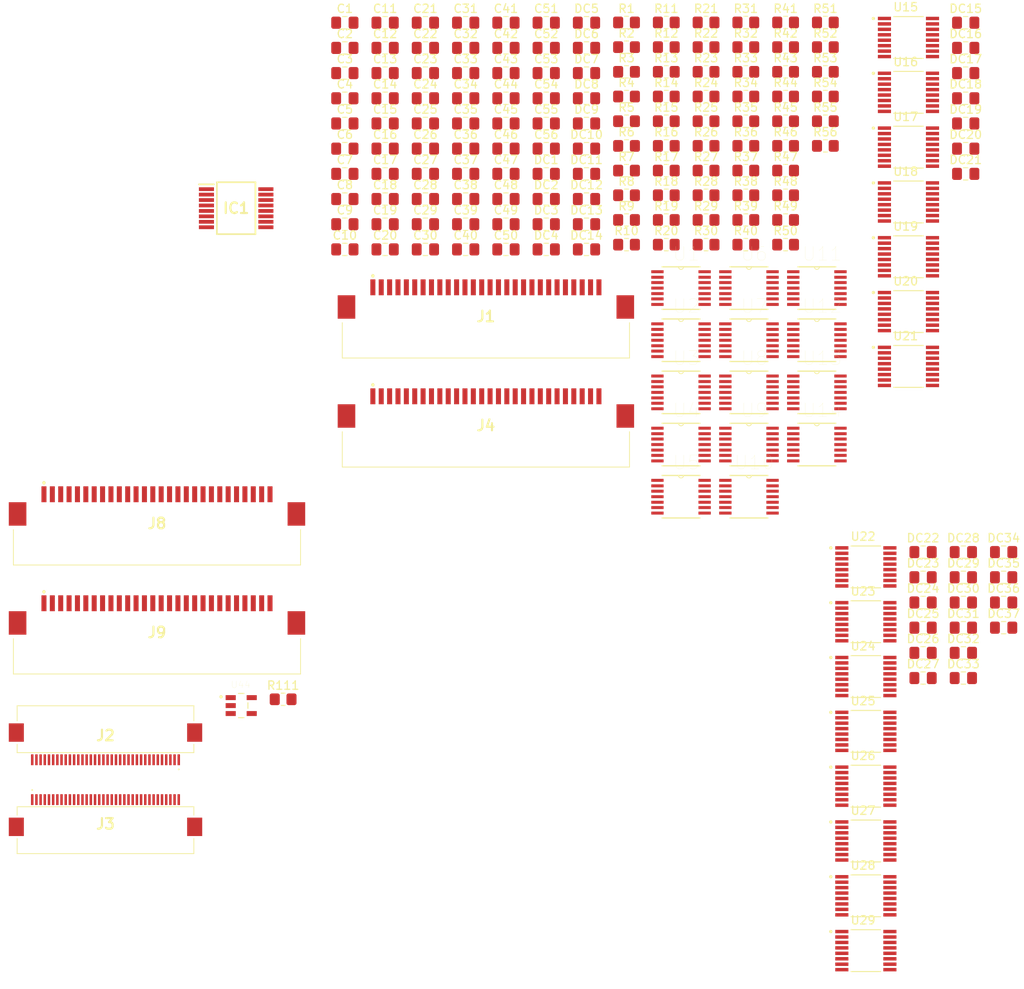
<source format=kicad_pcb>
(kicad_pcb (version 20221018) (generator pcbnew)
  (layers (0 "F.Cu" signal) (31 "B.Cu" signal) (34 "B.Paste" user) (35 "F.Paste" user) (36 "B.SilkS" user "B.Silkscreen") (37 "F.SilkS" user "F.Silkscreen") (38 "B.Mask" user) (39 "F.Mask" user) (44 "Edge.Cuts" user))
  (net 0 "")
  (net 1 "ROW_1")
  (net 2 "M1")
  (net 3 "ROW_2")
  (net 4 "M2")
  (net 5 "ROW_3")
  (net 6 "M3")
  (net 7 "ROW_4")
  (net 8 "M4")
  (net 9 "ROW_5")
  (net 10 "M5")
  (net 11 "ROW_6")
  (net 12 "M6")
  (net 13 "ROW_7")
  (net 14 "M7")
  (net 15 "ROW_8")
  (net 16 "M8")
  (net 17 "ROW_9")
  (net 18 "M9")
  (net 19 "ROW_10")
  (net 20 "M10")
  (net 21 "ROW_11")
  (net 22 "M11")
  (net 23 "ROW_12")
  (net 24 "M12")
  (net 25 "ROW_13")
  (net 26 "M13")
  (net 27 "ROW_14")
  (net 28 "M14")
  (net 29 "ROW_15")
  (net 30 "M15")
  (net 31 "ROW_16")
  (net 32 "M16")
  (net 33 "ROW_17")
  (net 34 "M17")
  (net 35 "ROW_18")
  (net 36 "M18")
  (net 37 "ROW_19")
  (net 38 "M19")
  (net 39 "ROW_20")
  (net 40 "M20")
  (net 41 "ROW_21")
  (net 42 "M21")
  (net 43 "ROW_22")
  (net 44 "M22")
  (net 45 "ROW_23")
  (net 46 "M23")
  (net 47 "ROW_24")
  (net 48 "M24")
  (net 49 "ROW_25")
  (net 50 "M25")
  (net 51 "ROW_26")
  (net 52 "M26")
  (net 53 "ROW_27")
  (net 54 "M27")
  (net 55 "GNDA")
  (net 56 "Net-(C28-Pad2)")
  (net 57 "ROW_28")
  (net 58 "M28")
  (net 59 "ROW_29")
  (net 60 "M29")
  (net 61 "ROW_30")
  (net 62 "M30")
  (net 63 "ROW_31")
  (net 64 "M31")
  (net 65 "ROW_32")
  (net 66 "M32")
  (net 67 "ROW_33")
  (net 68 "M33")
  (net 69 "ROW_34")
  (net 70 "M34")
  (net 71 "ROW_35")
  (net 72 "M35")
  (net 73 "ROW_36")
  (net 74 "M36")
  (net 75 "ROW_37")
  (net 76 "M37")
  (net 77 "ROW_38")
  (net 78 "M38")
  (net 79 "ROW_39")
  (net 80 "M39")
  (net 81 "ROW_40")
  (net 82 "M40")
  (net 83 "ROW_41")
  (net 84 "M41")
  (net 85 "ROW_42")
  (net 86 "M42")
  (net 87 "ROW_43")
  (net 88 "M43")
  (net 89 "ROW_44")
  (net 90 "M44")
  (net 91 "ROW_45")
  (net 92 "M45")
  (net 93 "ROW_46")
  (net 94 "M46")
  (net 95 "ROW_47")
  (net 96 "M47")
  (net 97 "ROW_48")
  (net 98 "M48")
  (net 99 "ROW_49")
  (net 100 "M49")
  (net 101 "ROW_50")
  (net 102 "M50")
  (net 103 "ROW_51")
  (net 104 "M51")
  (net 105 "ROW_52")
  (net 106 "M52")
  (net 107 "ROW_53")
  (net 108 "M53")
  (net 109 "ROW_54")
  (net 110 "M54")
  (net 111 "Net-(C56-Pad2)")
  (net 112 "+5VA_ISO")
  (net 113 "GNDA_ISO")
  (net 114 "-5VA_ISO")
  (net 116 "COL_1")
  (net 117 "COL_2")
  (net 118 "COL_3")
  (net 119 "COL_4")
  (net 120 "COL_5")
  (net 121 "COL_6")
  (net 122 "COL_7")
  (net 123 "COL_8")
  (net 124 "COL_9")
  (net 125 "COL_10")
  (net 126 "COL_11")
  (net 127 "COL_12")
  (net 128 "COL_13")
  (net 129 "COL_14")
  (net 130 "COL_15")
  (net 131 "COL_16")
  (net 132 "COL_17")
  (net 133 "COL_18")
  (net 134 "COL_19")
  (net 135 "COL_20")
  (net 136 "COL_21")
  (net 137 "COL_22")
  (net 138 "COL_23")
  (net 139 "COL_24")
  (net 140 "COL_25")
  (net 141 "COL_26")
  (net 142 "COL_27")
  (net 144 "COL_28")
  (net 145 "COL_29")
  (net 146 "COL_30")
  (net 147 "COL_31")
  (net 148 "COL_32")
  (net 149 "COL_33")
  (net 150 "COL_34")
  (net 151 "COL_35")
  (net 152 "COL_36")
  (net 153 "COL_37")
  (net 154 "COL_38")
  (net 155 "COL_39")
  (net 156 "COL_40")
  (net 157 "COL_41")
  (net 158 "COL_42")
  (net 159 "COL_43")
  (net 160 "COL_44")
  (net 161 "COL_45")
  (net 162 "COL_46")
  (net 163 "COL_47")
  (net 164 "COL_48")
  (net 165 "COL_49")
  (net 166 "COL_50")
  (net 167 "COL_51")
  (net 168 "COL_52")
  (net 169 "COL_53")
  (net 170 "COL_54")
  (net 173 "Net-(U44--IN)")
  (net 174 "OUT_0")
  (net 175 "VEE_SWITCH")
  (net 176 "RS2")
  (net 177 "RS1")
  (net 178 "RS0")
  (net 179 "OUT_1")
  (net 180 "OUT_2")
  (net 181 "OUT_3")
  (net 182 "OUT_4")
  (net 183 "OUT_5")
  (net 184 "OUT_6")
  (net 185 "X5")
  (net 186 "X7")
  (net 187 "X0")
  (net 188 "X6")
  (net 189 "MS2_ISO")
  (net 190 "MS1_ISO")
  (net 191 "MS0_ISO")
  (net 192 "X4")
  (net 193 "X1")
  (net 194 "X2")
  (net 195 "X3")
  (net 196 "ENS1_ISO")
  (net 197 "SS2_ISO")
  (net 198 "SS1_ISO")
  (net 199 "SS0_ISO")
  (net 200 "ENS2_ISO")
  (net 201 "ENS3_ISO")
  (net 202 "ENS4_ISO")
  (net 203 "ENS5_ISO")
  (net 204 "ENS6_ISO")
  (net 205 "ENS7_ISO")
  (net 206 "OUT_7")
  (net 207 "ENS8_ISO")
  (net 208 "1OUT_0")
  (net 209 "1OUT_2")
  (net 210 "1OUT_4")
  (net 211 "1OUT_6")
  (net 212 "1OUT_1")
  (net 213 "1OUT_3")
  (net 214 "1OUT_5")
  (net 215 "1OUT_7")
  (net 216 "SERIAL_OUT")
  (net 217 "SHIFTR_CLK")
  (net 218 "LATCH_CLK")
  (net 219 "SERIAL_IN")
  (footprint "Capacitor_SMD:C_0805_2012Metric_Pad1.18x1.45mm_HandSolder" (layer "F.Cu") (at 122.9425 72.3)
    (fp_text reference "C18")
    (fp_text value "100PF")
  )
  (footprint "KiCad_36pin:FH1236S05SH55" (layer "F.Cu") (at 89.545 147.32)
    (fp_text reference "J3")
    (fp_text value "Conn_01x36" hide)
  )
  (footprint "SamacSys_Parts:522072833" (layer "F.Cu") (at 134.9775 87.075)
    (fp_text reference "J1")
    (fp_text value "Conn_01x28" hide)
  )
  (footprint "Capacitor_SMD:C_0805_2012Metric_Pad1.18x1.45mm_HandSolder" (layer "F.Cu") (at 127.7525 69.29)
    (fp_text reference "C27")
    (fp_text value "100PF")
  )
  (footprint "MCP604T-I_ST:SOP65P640X120-14N" (layer "F.Cu") (at 174.5075 101.6384)
    (fp_text reference "U14")
    (fp_text value "MCP604")
  )
  (footprint "Capacitor_SMD:C_0805_2012Metric_Pad1.18x1.45mm_HandSolder" (layer "F.Cu") (at 122.9425 78.32)
    (fp_text reference "C20")
    (fp_text value "100PF")
  )
  (footprint "Capacitor_SMD:C_0805_2012Metric_Pad1.18x1.45mm_HandSolder" (layer "F.Cu") (at 118.1325 51.23)
    (fp_text reference "C1")
    (fp_text value "100PF")
  )
  (footprint "CD74HC4051PWT:SOP65P640X120-16N" (layer "F.Cu") (at 180.3575 116.26)
    (fp_text reference "U22")
    (fp_text value "CD74HC4051PWT")
  )
  (footprint "CD74HC4051PWT:SOP65P640X120-16N" (layer "F.Cu") (at 180.3575 129.36)
    (fp_text reference "U24")
    (fp_text value "CD74HC4051PWT")
  )
  (footprint "Capacitor_SMD:C_0805_2012Metric_Pad1.18x1.45mm_HandSolder" (layer "F.Cu") (at 196.8125 123.52)
    (fp_text reference "DC37")
    (fp_text value "100nF")
  )
  (footprint "Capacitor_SMD:C_0805_2012Metric_Pad1.18x1.45mm_HandSolder" (layer "F.Cu") (at 132.5625 60.26)
    (fp_text reference "C34")
    (fp_text value "100PF")
  )
  (footprint "Resistor_SMD:R_0805_2012Metric_Pad1.20x1.40mm_HandSolder" (layer "F.Cu") (at 175.5225 54.15)
    (fp_text reference "R52")
    (fp_text value "10K")
  )
  (footprint "Capacitor_SMD:C_0805_2012Metric_Pad1.18x1.45mm_HandSolder" (layer "F.Cu") (at 146.9925 75.31)
    (fp_text reference "DC13")
    (fp_text value "100nf")
  )
  (footprint "Capacitor_SMD:C_0805_2012Metric_Pad1.18x1.45mm_HandSolder" (layer "F.Cu") (at 142.1825 78.32)
    (fp_text reference "DC4")
    (fp_text value "100nf")
  )
  (footprint "Capacitor_SMD:C_0805_2012Metric_Pad1.18x1.45mm_HandSolder" (layer "F.Cu") (at 118.1325 72.3)
    (fp_text reference "C8")
    (fp_text value "100PF")
  )
  (footprint "Capacitor_SMD:C_0805_2012Metric_Pad1.18x1.45mm_HandSolder" (layer "F.Cu") (at 187.1925 120.51)
    (fp_text reference "DC24")
    (fp_text value "100nF")
  )
  (footprint "SamacSys_Parts:522072833" (layer "F.Cu") (at 95.695 111.805)
    (fp_text reference "J8")
    (fp_text value "Conn_01x28" hide)
  )
  (footprint "Capacitor_SMD:C_0805_2012Metric_Pad1.18x1.45mm_HandSolder" (layer "F.Cu") (at 192.2825 54.24)
    (fp_text reference "DC16")
    (fp_text value "100nF")
  )
  (footprint "Resistor_SMD:R_0805_2012Metric_Pad1.20x1.40mm_HandSolder" (layer "F.Cu") (at 151.7725 65.95)
    (fp_text reference "R6")
    (fp_text value "10K")
  )
  (footprint "Resistor_SMD:R_0805_2012Metric_Pad1.20x1.40mm_HandSolder" (layer "F.Cu") (at 156.5225 74.8)
    (fp_text reference "R19")
    (fp_text value "10K")
  )
  (footprint "KiCad_36pin:FH1236S05SH55" (layer "F.Cu") (at 89.545 136.055 180)
    (fp_text reference "J2")
    (fp_text value "Conn_01x36" hide)
  )
  (footprint "Capacitor_SMD:C_0805_2012Metric_Pad1.18x1.45mm_HandSolder" (layer "F.Cu") (at 196.8125 120.51)
    (fp_text reference "DC36")
    (fp_text value "100nF")
  )
  (footprint "Capacitor_SMD:C_0805_2012Metric_Pad1.18x1.45mm_HandSolder" (layer "F.Cu") (at 142.1825 51.23)
    (fp_text reference "C51")
    (fp_text value "100PF")
  )
  (footprint "Capacitor_SMD:C_0805_2012Metric_Pad1.18x1.45mm_HandSolder" (layer "F.Cu") (at 118.1325 69.29)
    (fp_text reference "C7")
    (fp_text value "100PF")
  )
  (footprint "Resistor_SMD:R_0805_2012Metric_Pad1.20x1.40mm_HandSolder" (layer "F.Cu") (at 166.0225 65.95)
    (fp_text reference "R36")
    (fp_text value "10K")
  )
  (footprint "Capacitor_SMD:C_0805_2012Metric_Pad1.18x1.45mm_HandSolder" (layer "F.Cu") (at 146.9925 51.23)
    (fp_text reference "DC5")
    (fp_text value "100nf")
  )
  (footprint "Resistor_SMD:R_0805_2012Metric_Pad1.20x1.40mm_HandSolder" (layer "F.Cu") (at 170.7725 60.05)
    (fp_text reference "R44")
    (fp_text value "10K")
  )
  (footprint "Resistor_SMD:R_0805_2012Metric_Pad1.20x1.40mm_HandSolder" (layer "F.Cu") (at 170.7725 63)
    (fp_text reference "R45")
    (fp_text value "10K")
  )
  (footprint "Capacitor_SMD:C_0805_2012Metric_Pad1.18x1.45mm_HandSolder" (layer "F.Cu") (at 142.1825 57.25)
    (fp_text reference "C53")
    (fp_text value "100PF")
  )
  (footprint "KiCad_shift_register_cd74hc595:SOP65P780X200-16N" (layer "F.Cu") (at 105.15 73.395)
    (fp_text reference "IC1")
    (fp_text value "CD74HC595SM96" hide)
  )
  (footprint "Capacitor_SMD:C_0805_2012Metric_Pad1.18x1.45mm_HandSolder" (layer "F.Cu") (at 137.3725 60.26)
    (fp_text reference "C44")
    (fp_text value "100PF")
  )
  (footprint "MCP604T-I_ST:SOP65P640X120-14N" (layer "F.Cu") (at 174.5075 89.1736)
    (fp_text reference "U12")
    (fp_text value "MCP604")
  )
  (footprint "Capacitor_SMD:C_0805_2012Metric_Pad1.18x1.45mm_HandSolder" (layer "F.Cu") (at 118.1325 66.28)
    (fp_text reference "C6")
    (fp_text value "100PF")
  )
  (footprint "Capacitor_SMD:C_0805_2012Metric_Pad1.18x1.45mm_HandSolder" (layer "F.Cu") (at 142.1825 69.29)
    (fp_text reference "DC1")
    (fp_text value "100nf")
  )
  (footprint "Resistor_SMD:R_0805_2012Metric_Pad1.20x1.40mm_HandSolder" (layer "F.Cu") (at 166.0225 54.15)
    (fp_text reference "R32")
    (fp_text value "10K")
  )
  (footprint "Capacitor_SMD:C_0805_2012Metric_Pad1.18x1.45mm_HandSolder" (layer "F.Cu") (at 122.9425 75.31)
    (fp_text reference "C19")
    (fp_text value "100PF")
  )
  (footprint "Resistor_SMD:R_0805_2012Metric_Pad1.20x1.40mm_HandSolder" (layer "F.Cu") (at 166.0225 60.05)
    (fp_text reference "R34")
    (fp_text value "10K")
  )
  (footprint "Capacitor_SMD:C_0805_2012Metric_Pad1.18x1.45mm_HandSolder" (layer "F.Cu") (at 127.7525 57.25)
    (fp_text reference "C23")
    (fp_text value "100PF")
  )
  (footprint "Resistor_SMD:R_0805_2012Metric_Pad1.20x1.40mm_HandSolder" (layer "F.Cu") (at 170.7725 57.1)
    (fp_text reference "R43")
    (fp_text value "10K")
  )
  (footprint "MCP604T-I_ST:SOP65P640X120-14N" (layer "F.Cu") (at 166.3955 89.1736)
    (fp_text reference "U7")
    (fp_text value "MCP604")
  )
  (footprint "MCP604T-I_ST:SOP65P640X120-14N" (layer "F.Cu") (at 158.2835 82.9412)
    (fp_text reference "U1")
    (fp_text value "MCP604")
  )
  (footprint "Resistor_SMD:R_0805_2012Metric_Pad1.20x1.40mm_HandSolder" (layer "F.Cu") (at 175.5225 65.95)
    (fp_text reference "R56")
    (fp_text value "10K")
  )
  (footprint "Capacitor_SMD:C_0805_2012Metric_Pad1.18x1.45mm_HandSolder" (layer "F.Cu") (at 137.3725 69.29)
    (fp_text reference "C47")
    (fp_text value "100PF")
  )
  (footprint "Capacitor_SMD:C_0805_2012Metric_Pad1.18x1.45mm_HandSolder" (layer "F.Cu") (at 127.7525 66.28)
    (fp_text reference "C26")
    (fp_text value "100PF")
  )
  (footprint "CD74HC4051PWT:SOP65P640X120-16N" (layer "F.Cu") (at 180.3575 162.11)
    (fp_text reference "U29")
    (fp_text value "CD74HC4051PWT")
  )
  (footprint "Capacitor_SMD:C_0805_2012Metric_Pad1.18x1.45mm_HandSolder" (layer "F.Cu") (at 187.1925 117.5)
    (fp_text reference "DC23")
    (fp_text value "100nF")
  )
  (footprint "Resistor_SMD:R_0805_2012Metric_Pad1.20x1.40mm_HandSolder" (layer "F.Cu") (at 151.7725 54.15)
    (fp_text reference "R2")
    (fp_text value "10K")
  )
  (footprint "Capacitor_SMD:C_0805_2012Metric_Pad1.18x1.45mm_HandSolder" (layer "F.Cu") (at 196.8125 114.49)
    (fp_text reference "DC34")
    (fp_text value "100nF")
  )
  (footprint "Capacitor_SMD:C_0805_2012Metric_Pad1.18x1.45mm_HandSolder" (layer "F.Cu") (at 122.9425 66.28)
    (fp_text reference "C16")
    (fp_text value "100PF")
  )
  (footprint "Resistor_SMD:R_0805_2012Metric_Pad1.20x1.40mm_HandSolder" (layer "F.Cu") (at 151.7725 74.8)
    (fp_text reference "R9")
    (fp_text value "10K")
  )
  (footprint "MCP604T-I_ST:SOP65P640X120-14N" (layer "F.Cu") (at 166.3955 95.406)
    (fp_text reference "U8")
    (fp_text value "MCP604")
  )
  (footprint "Capacitor_SMD:C_0805_2012Metric_Pad1.18x1.45mm_HandSolder" (layer "F.Cu") (at 132.5625 63.27)
    (fp_text reference "C35")
    (fp_text value "100PF")
  )
  (footprint "Resistor_SMD:R_0805_2012Metric_Pad1.20x1.40mm_HandSolder" (layer "F.Cu") (at 166.0225 71.85)
    (fp_text reference "R38")
    (fp_text value "10K")
  )
  (footprint "Capacitor_SMD:C_0805_2012Metric_Pad1.18x1.45mm_HandSolder" (layer "F.Cu") (at 192.2825 66.28)
    (fp_text reference "DC20")
    (fp_text value "100nF")
  )
  (footprint "Capacitor_SMD:C_0805_2012Metric_Pad1.18x1.45mm_HandSolder" (layer "F.Cu") (at 192.0025 126.53)
    (fp_text reference "DC32")
    (fp_text value "100nF")
  )
  (footprint "Resistor_SMD:R_0805_2012Metric_Pad1.20x1.40mm_HandSolder" (layer "F.Cu") (at 175.5225 57.1)
    (fp_text reference "R53")
    (fp_text value "10K")
  )
  (footprint "CD74HC4051PWT:SOP65P640X120-16N" (layer "F.Cu") (at 180.3575 149.01)
    (fp_text reference "U27")
    (fp_text value "CD74HC4051PWT")
  )
  (footprint "Capacitor_SMD:C_0805_2012Metric_Pad1.18x1.45mm_HandSolder" (layer "F.Cu") (at 127.7525 60.26)
    (fp_text reference "C24")
    (fp_text value "100PF")
  )
  (footprint "SamacSys_Parts:522072833" (layer "F.Cu") (at 95.695 124.83)
    (fp_text reference "J9")
    (fp_text value "Conn_01x28" hide)
  )
  (footprint "Capacitor_SMD:C_0805_2012Metric_Pad1.18x1.45mm_HandSolder" (layer "F.Cu") (at 142.1825 60.26)
    (fp_text reference "C54")
    (fp_text value "100PF")
  )
  (footprint "Resistor_SMD:R_0805_2012Metric_Pad1.20x1.40mm_HandSolder" (layer "F.Cu") (at 166.0225 57.1)
    (fp_text reference "R33")
    (fp_text value "10K")
  )
  (footprint "Resistor_SMD:R_0805_2012Metric_Pad1.20x1.40mm_HandSolder" (layer "F.Cu") (at 161.2725 57.1)
    (fp_text reference "R23")
    (fp_text value "10K")
  )
  (footprint "CD74HC4051PWT:SOP65P640X120-16N" (layer "F.Cu") (at 185.4475 72.65)
    (fp_text reference "U18")
    (fp_text value "CD74HC4051PWT")
  )
  (footprint "CD74HC4051PWT:SOP65P640X120-16N" (layer "F.Cu") (at 180.3575 155.56)
    (fp_text reference "U28")
    (fp_text value "CD74HC4051PWT")
  )
  (footprint "Capacitor_SMD:C_0805_2012Metric_Pad1.18x1.45mm_HandSolder" (layer "F.Cu") (at 192.0025 120.51)
    (fp_text reference "DC30")
    (fp_text value "100nF")
  )
  (footprint "Capacitor_SMD:C_0805_2012Metric_Pad1.18x1.45mm_HandSolder" (layer "F.Cu") (at 137.3725 75.31)
    (fp_text reference "C49")
    (fp_text value "100PF")
  )
  (footprint "Resistor_SMD:R_0805_2012Metric_Pad1.20x1.40mm_HandSolder" (layer "F.Cu") (at 166.0225 77.75)
    (fp_text reference "R40")
    (fp_text value "10K")
  )
  (footprint "Capacitor_SMD:C_0805_2012Metric_Pad1.18x1.45mm_HandSolder" (layer "F.Cu") (at 142.1825 66.28)
    (fp_text reference "C56")
    (fp_text value "100PF")
  )
  (footprint "Capacitor_SMD:C_0805_2012Metric_Pad1.18x1.45mm_HandSolder" (layer "F.Cu") (at 137.3725 63.27)
    (fp_text reference "C45")
    (fp_text value "100PF")
  )
  (footprint "Capacitor_SMD:C_0805_2012Metric_Pad1.18x1.45mm_HandSolder" (layer "F.Cu") (at 127.7525 51.23)
    (fp_text reference "C21")
    (fp_text value "100PF")
  )
  (footprint "Capacitor_SMD:C_0805_2012Metric_Pad1.18x1.45mm_HandSolder" (layer "F.Cu") (at 192.2825 57.25)
    (fp_text reference "DC17")
    (fp_text value "100nF")
  )
  (footprint "Capacitor_SMD:C_0805_2012Metric_Pad1.18x1.45mm_HandSolder" (layer "F.Cu") (at 192.0025 123.52)
    (fp_text reference "DC31")
    (fp_text value "100nF")
  )
  (footprint "Capacitor_SMD:C_0805_2012Metric_Pad1.18x1.45mm_HandSolder" (layer "F.Cu") (at 132.5625 51.23)
    (fp_text reference "C31")
    (fp_text value "100PF")
  )
  (footprint "Capacitor_SMD:C_0805_2012Metric_Pad1.18x1.45mm_HandSolder" (layer "F.Cu") (at 137.3725 51.23)
    (fp_text reference "C41")
    (fp_text value "100PF")
  )
  (footprint "MCP604T-I_ST:SOP65P640X120-14N" (layer "F.Cu") (at 166.3955 82.9412)
    (fp_text reference "U6")
    (fp_text value "MCP604")
  )
  (footprint "Capacitor_SMD:C_0805_2012Metric_Pad1.18x1.45mm_HandSolder" (layer "F.Cu") (at 146.9925 78.32)
    (fp_text reference "DC14")
    (fp_text value "100nf")
  )
  (footprint "Capacitor_SMD:C_0805_2012Metric_Pad1.18x1.45mm_HandSolder" (layer "F.Cu") (at 137.3725 66.28)
    (fp_text reference "C46")
    (fp_text value "100PF")
  )
  (footprint "Capacitor_SMD:C_0805_2012Metric_Pad1.18x1.45mm_HandSolder" (layer "F.Cu") (at 127.7525 75.31)
    (fp_text reference "C29")
    (fp_text value "100PF")
  )
  (footprint "CD74HC4051PWT:SOP65P640X120-16N" (layer "F.Cu") (at 185.4475 59.55)
    (fp_text reference "U16")
    (fp_text value "CD74HC4051PWT")
  )
  (footprint "Capacitor_SMD:C_0805_2012Metric_Pad1.18x1.45mm_HandSolder" (layer "F.Cu") (at 122.9425 63.27)
    (fp_text reference "C15")
    (fp_text value "100PF")
  )
  (footprint "Capacitor_SMD:C_0805_2012Metric_Pad1.18x1.45mm_HandSolder" (layer "F.Cu") (at 118.1325 54.24)
    (fp_text reference "C2")
    (fp_text value "100PF")
  )
  (footprint "Resistor_SMD:R_0805_2012Metric_Pad1.20x1.40mm_HandSolder" (layer "F.Cu") (at 166.0225 74.8)
    (fp_text reference "R39")
    (fp_text value "10K")
  )
  (footprint "MCP604T-I_ST:SOP65P640X120-14N" (layer "F.Cu") (at 158.2835 89.1736)
    (fp_text reference "U2")
    (fp_text value "MCP604")
  )
  (footprint "Capacitor_SMD:C_0805_2012Metric_Pad1.18x1.45mm_HandSolder" (layer "F.Cu") (at 146.9925 54.24)
    (fp_text reference "DC6")
    (fp_text value "100nf")
  )
  (footprint "Capacitor_SMD:C_0805_2012Metric_Pad1.18x1.45mm_HandSolder" (layer "F.Cu") (at 137.3725 54.24)
    (fp_text reference "C42")
    (fp_text value "100PF")
  )
  (footprint "Resistor_SMD:R_0805_2012Metric_Pad1.20x1.40mm_HandSolder" (layer "F.Cu") (at 166.0225 68.9)
    (fp_text reference "R37")
    (fp_text value "10K")
  )
  (footprint "SamacSys_Parts:522072833" (layer "F.Cu") (at 134.9775 100.1)
    (fp_text reference "J4")
    (fp_text value "Conn_01x28" hide)
  )
  (footprint "Resistor_SMD:R_0805_2012Metric_Pad1.20x1.40mm_HandSolder" (layer "F.Cu") (at 170.7725 77.75)
    (fp_text reference "R50")
    (fp_text value "10K")
  )
  (footprint "Resistor_SMD:R_0805_2012Metric_Pad1.20x1.40mm_HandSolder" (layer "F.Cu") (at 161.2725 77.75)
    (fp_text reference "R30")
    (fp_text value "10K")
  )
  (footprint "Capacitor_SMD:C_0805_2012Metric_Pad1.18x1.45mm_HandSolder" (layer "F.Cu") (at 132.5625 54.24)
    (fp_text reference "C32")
    (fp_text value "100PF")
  )
  (footprint "Resistor_SMD:R_0805_2012Metric_Pad1.20x1.40mm_HandSolder" (layer "F.Cu") (at 151.7725 60.05)
    (fp_text reference "R4")
    (fp_text value "10K")
  )
  (footprint "Resistor_SMD:R_0805_2012Metric_Pad1.20x1.40mm_HandSolder" (layer "F.Cu") (at 151.7725 57.1)
    (fp_text reference "R3")
    (fp_text value "10K")
  )
  (footprint "Resistor_SMD:R_0805_2012Metric_Pad1.20x1.40mm_HandSolder" (layer "F.Cu") (at 161.2725 54.15)
    (fp_text reference "R22")
    (fp_text value "10K")
  )
  (footprint "Resistor_SMD:R_0805_2012Metric_Pad1.20x1.40mm_HandSolder" (layer "F.Cu") (at 156.5225 68.9)
    (fp_text reference "R17")
    (fp_text value "10K")
  )
  (footprint "Capacitor_SMD:C_0805_2012Metric_Pad1.18x1.45mm_HandSolder" (layer "F.Cu") (at 137.3725 57.25)
    (fp_text reference "C43")
    (fp_text value "100PF")
  )
  (footprint "Capacitor_SMD:C_0805_2012Metric_Pad1.18x1.45mm_HandSolder" (layer "F.Cu") (at 187.1925 114.49)
    (fp_text reference "DC22")
    (fp_text value "100nF")
  )
  (footprint "Capacitor_SMD:C_0805_2012Metric_Pad1.18x1.45mm_HandSolder" (layer "F.Cu") (at 118.1325 78.32)
    (fp_text reference "C10")
    (fp_text value "100PF")
  )
  (footprint "Resistor_SMD:R_0805_2012Metric_Pad1.20x1.40mm_HandSolder" (layer "F.Cu") (at 156.5225 60.05)
    (fp_text reference "R14")
    (fp_text value "10K")
  )
  (footprint "Resistor_SMD:R_0805_2012Metric_Pad1.20x1.40mm_HandSolder" (layer "F.Cu") (at 161.2725 60.05)
    (fp_text reference "R24")
    (fp_text value "10K")
  )
  (footprint "Resistor_SMD:R_0805_2012Metric_Pad1.20x1.40mm_HandSolder" (layer "F.Cu") (at 175.5225 60.05)
    (fp_text reference "R54")
    (fp_text value "10K")
  )
  (footprint "Resistor_SMD:R_0805_2012Metric_Pad1.20x1.40mm_HandSolder" (layer "F.Cu") (at 166.0225 63)
    (fp_text reference "R35")
    (fp_text value "10K")
  )
  (footprint "Capacitor_SMD:C_0805_2012Metric_Pad1.18x1.45mm_HandSolder" (layer "F.Cu") (at 187.1925 129.54)
    (fp_text reference "DC27")
    (fp_text value "100nF")
  )
  (footprint "Capacitor_SMD:C_0805_2012Metric_Pad1.18x1.45mm_HandSolder" (layer "F.Cu") (at 142.1825 54.24)
    (fp_text reference "C52")
    (fp_text value "100PF")
  )
  (footprint "Capacitor_SMD:C_0805_2012Metric_Pad1.18x1.45mm_HandSolder" (layer "F.Cu") (at 122.9425 54.24)
    (fp_text reference "C12")
    (fp_text value "100PF")
  )
  (footprint "Capacitor_SMD:C_0805_2012Metric_Pad1.18x1.45mm_HandSolder" (layer "F.Cu") (at 192.2825 69.29)
    (fp_text reference "DC21")
    (fp_text value "100nF")
  )
  (footprint "Capacitor_SMD:C_0805_2012Metric_Pad1.18x1.45mm_HandSolder" (layer "F.Cu") (at 192.2825 60.26)
    (fp_text reference "DC18")
    (fp_text value "100nF")
  )
  (footprint "Capacitor_SMD:C_0805_2012Metric_Pad1.18x1.45mm_HandSolder" (layer "F.Cu") (at 118.1325 57.25)
    (fp_text reference "C3")
    (fp_text value "100PF")
  )
  (footprint "Resistor_SMD:R_0805_2012Metric_Pad1.20x1.40mm_HandSolder" (layer "F.Cu") (at 156.5225 63)
    (fp_text reference "R15")
    (fp_text value "10K")
  )
  (footprint "CD74HC4051PWT:SOP65P640X120-16N" (layer "F.Cu") (at 185.4475 53)
    (fp_text reference "U15")
    (fp_text value "CD74HC4051PWT")
  )
  (footprint "Resistor_SMD:R_0805_2012Metric_Pad1.20x1.40mm_HandSolder" (layer "F.Cu") (at 151.7725 51.2)
    (fp_text reference "R1")
    (fp_text value "10K")
  )
  (footprint "Resistor_SMD:R_0805_2012Metric_Pad1.20x1.40mm_HandSolder" (layer "F.Cu") (at 161.2725 51.2)
    (fp_text reference "R21")
    (fp_text value "10K")
  )
  (footprint "MCP604T-I_ST:SOP65P640X120-14N" (layer "F.Cu") (at 166.3955 107.8708)
    (fp_text reference "U10")
    (fp_text value "MCP604")
  )
  (footprint "Capacitor_SMD:C_0805_2012Metric_Pad1.18x1.45mm_HandSolder" (layer "F.Cu") (at 192.2825 63.27)
    (fp_text reference "DC19")
    (fp_text value "100nF")
  )
  (footprint "Resistor_SMD:R_0805_2012Metric_Pad1.20x1.40mm_HandSolder" (layer "F.Cu") (at 161.2725 65.95)
    (fp_text reference "R26")
    (fp_text value "10K")
  )
  (footprint "Capacitor_SMD:C_0805_2012Metric_Pad1.18x1.45mm_HandSolder" (layer "F.Cu") (at 192.0025 114.49)
    (fp_text reference "DC28")
    (fp_text value "100nF")
  )
  (footprint "MCP604T-I_ST:SOP65P640X120-14N" (layer "F.Cu") (at 158.2835 95.406)
    (fp_text reference "U3")
    (fp_text value "MCP604")
  )
  (footprint "Resistor_SMD:R_0805_2012Metric_Pad1.20x1.40mm_HandSolder" (layer "F.Cu") (at 170.7725 54.15)
    (fp_text reference "R42")
    (fp_text value "10K")
  )
  (footprint "Resistor_SMD:R_0805_2012Metric_Pad1.20x1.40mm_HandSolder" (layer "F.Cu") (at 161.2725 74.8)
    (fp_text reference "R29")
    (fp_text value "10K")
  )
  (footprint "MCP604T-I_ST:SOP65P640X120-14N" (layer "F.Cu") (at 174.5075 95.406)
    (fp_text reference "U13")
    (fp_text value "MCP604")
  )
  (footprint "Capacitor_SMD:C_0805_2012Metric_Pad1.18x1.45mm_HandSolder" (layer "F.Cu") (at 146.9925 63.27)
    (fp_text reference "DC9")
    (fp_text value "100nf")
  )
  (footprint "Capacitor_SMD:C_0805_2012Metric_Pad1.18x1.45mm_HandSolder" (layer "F.Cu") (at 132.5625 72.3)
    (fp_text reference "C38")
    (fp_text value "100PF")
  )
  (footprint "Resistor_SMD:R_0805_2012Metric_Pad1.20x1.40mm_HandSolder" (layer "F.Cu") (at 110.76 132.08)
    (fp_text reference "R111")
    (fp_text value "0R")
  )
  (footprint "Capacitor_SMD:C_0805_2012Metric_Pad1.18x1.45mm_HandSolder" (layer "F.Cu") (at 132.5625 66.28)
    (fp_text reference "C36")
    (fp_text value "100PF")
  )
  (footprint "Resistor_SMD:R_0805_2012Metric_Pad1.20x1.40mm_HandSolder" (layer "F.Cu") (at 151.7725 71.85)
    (fp_text reference "R8")
    (fp_text value "10K")
  )
  (footprint "Capacitor_SMD:C_0805_2012Metric_Pad1.18x1.45mm_HandSolder" (layer "F.Cu") (at 196.8125 117.5)
    (fp_text reference "DC35")
    (fp_text value "100nF")
  )
  (footprint "Capacitor_SMD:C_0805_2012Metric_Pad1.18x1.45mm_HandSolder" (layer "F.Cu") (at 142.1825 63.27)
    (fp_text reference "C55")
    (fp_text value "100PF")
  )
  (footprint "Capacitor_SMD:C_0805_2012Metric_Pad1.18x1.45mm_HandSolder" (layer "F.Cu") (at 122.9425 57.25)
    (fp_text reference "C13")
    (fp_text value "100PF")
  )
  (footprint "Resistor_SMD:R_0805_2012Metric_Pad1.20x1.40mm_HandSolder" (layer "F.Cu") (at 170.7725 71.85)
    (fp_text reference "R48")
    (fp_text value "10K")
  )
  (footprint "Resistor_SMD:R_0805_2012Metric_Pad1.20x1.40mm_HandSolder" (layer "F.Cu") (at 151.7725 77.75)
    (fp_text reference "R10")
    (fp_text value "10K")
  )
  (footprint "MCP604T-I_ST:SOP65P640X120-14N" (layer "F.Cu") (at 158.2835 107.8708)
    (fp_text reference "U5")
    (fp_text value "MCP604")
  )
  (footprint "Capacitor_SMD:C_0805_2012Metric_Pad1.18x1.45mm_HandSolder" (layer "F.Cu") (at 142.1825 75.31)
    (fp_text reference "DC3")
    (fp_text value "100nf")
  )
  (footprint "Resistor_SMD:R_0805_2012Metric_Pad1.20x1.40mm_HandSolder" (layer "F.Cu") (at 156.5225 57.1)
    (fp_text reference "R13")
    (fp_text value "10K")
  )
  (footprint "Resistor_SMD:R_0805_2012Metric_Pad1.20x1.40mm_HandSolder" (layer "F.Cu") (at 156.5225 65.95)
    (fp_text reference "R16")
    (fp_text value "10K")
  )
  (footprint "CD74HC4051PWT:SOP65P640X120-16N" (layer "F.Cu") (at 180.3575 142.46)
    (fp_text reference "U26")
    (fp_text value "CD74HC4051PWT")
  )
  (footprint "Resistor_SMD:R_0805_2012Metric_Pad1.20x1.40mm_HandSolder" (layer "F.Cu") (at 175.5225 51.2)
    (fp_text reference "R51")
    (fp_text value "10K")
  )
  (footprint "Capacitor_SMD:C_0805_2012Metric_Pad1.18x1.45mm_HandSolder" (layer "F.Cu") (at 118.1325 75.31)
    (fp_text reference "C9")
    (fp_text value "100PF")
  )
  (footprint "CD74HC4051PWT:SOP65P640X120-16N" (layer "F.Cu") (at 185.4475 85.75)
    (fp_text reference "U20")
    (fp_text value "CD74HC4051PWT")
  )
  (footprint "Capacitor_SMD:C_0805_2012Metric_Pad1.18x1.45mm_HandSolder" (layer "F.Cu") (at 127.7525 78.32)
    (fp_text reference "C30")
    (fp_text value "100PF")
  )
  (footprint "Capacitor_SMD:C_0805_2012Metric_Pad1.18x1.45mm_HandSolder" (layer "F.Cu") (at 118.1325 60.26)
    (fp_text reference "C4")
    (fp_text value "100PF")
  )
  (footprint "MCP604T-I_ST:SOP65P640X120-14N" (layer "F.Cu") (at 166.3955 101.6384)
    (fp_text reference "U9")
    (fp_text value "MCP604")
  )
  (footprint "CD74HC4051PWT:SOP65P640X120-16N" (layer "F.Cu") (at 185.4475 66.1)
    (fp_text reference "U17")
    (fp_text value "CD74HC4051PWT")
  )
  (footprint "Capacitor_SMD:C_0805_2012Metric_Pad1.18x1.45mm_HandSolder" (layer "F.Cu") (at 132.5625 78.32)
    (fp_text reference "C40")
    (fp_text value "100PF")
  )
  (footprint "Capacitor_SMD:C_0805_2012Metric_Pad1.18x1.45mm_HandSolder" (layer "F.Cu") (at 146.9925 60.26)
    (fp_text reference "DC8")
    (fp_text value "100nf")
  )
  (footprint "Capacitor_SMD:C_0805_2012Metric_Pad1.18x1.45mm_HandSolder" (layer "F.Cu") (at 118.1325 63.27)
    (fp_text reference "C5")
    (fp_text value "100PF")
  )
  (footprint "Capacitor_SMD:C_0805_2012Metric_Pad1.18x1.45mm_HandSolder" (layer "F.Cu") (at 127.7525 63.27)
    (fp_text reference "C25")
    (fp_text value "100PF")
  )
  (footprint "Resistor_SMD:R_0805_2012Metric_Pad1.20x1.40mm_HandSolder" (layer "F.Cu") (at 156.5225 71.85)
    (fp_text reference "R18")
    (fp_text value "10K")
  )
  (footprint "Capacitor_SMD:C_0805_2012Metric_Pad1.18x1.45mm_HandSolder" (layer "F.Cu") (at 132.5625 57.25)
    (fp_text reference "C33")
    (fp_text value "100PF")
  )
  (footprint "CD74HC4051PWT:SOP65P640X120-16N" (layer "F.Cu") (at 180.3575 122.81)
    (fp_text reference "U23")
    (fp_text value "CD74HC4051PWT")
  )
  (footprint "Capacitor_SMD:C_0805_2012Metric_Pad1.18x1.45mm_HandSolder" (layer "F.Cu") (at 137.3725 78.32)
    (fp_text reference "C50")
    (fp_text value "100PF")
  )
  (footprint "Capacitor_SMD:C_0805_2012Metric_Pad1.18x1.45mm_HandSolder" (layer "F.Cu") (at 146.9925 66.28)
    (fp_text reference "DC10")
    (fp_text value "100nf")
  )
  (footprint "Capacitor_SMD:C_0805_2012Metric_Pad1.18x1.45mm_HandSolder" (layer "F.Cu") (at 132.5625 69.29)
    (fp_text reference "C37")
    (fp_text value "100PF")
  )
  (footprint "Capacitor_SMD:C_0805_2012Metric_Pad1.18x1.45mm_HandSolder" (layer "F.Cu") (at 142.1825 72.3)
    (fp_text reference "DC2")
    (fp_text value "100nf")
  )
  (footprint "Capacitor_SMD:C_0805_2012Metric_Pad1.18x1.45mm_HandSolder" (layer "F.Cu") (at 192.0025 129.54)
    (fp_text reference "DC33")
    (fp_text value "100nF")
  )
  (footprint "Capacitor_SMD:C_0805_2012Metric_Pad1.18x1.45mm_HandSolder" (layer "F.Cu") (at 132.5625 75.31)
    (fp_text reference "C39")
    (fp_text value "100PF")
  )
  (footprint "Resistor_SMD:R_0805_2012Metric_Pad1.20x1.40mm_HandSolder" (layer "F.Cu") (at 151.7725 63)
    (fp_text reference "R5")
    (fp_text value "10K")
  )
  (footprint "Capacitor_SMD:C_0805_2012Metric_Pad1.18x1.45mm_HandSolder" (layer "F.Cu") (at 122.9425 69.29)
    (fp_text reference "C17")
    (fp_text value "100PF")
  )
  (footprint "Resistor_SMD:R_0805_2012Metric_Pad1.20x1.40mm_HandSolder" (layer "F.Cu") (at 156.5225 51.2)
    (fp_text reference "R11")
    (fp_text value "10K")
  )
  (footprint "Capacitor_SMD:C_0805_2012Metric_Pad1.18x1.45mm_HandSolder" (layer "F.Cu") (at 127.7525 54.24)
    (fp_text reference "C22")
    (fp_text value "100PF")
  )
  (footprint "Resistor_SMD:R_0805_2012Metric_Pad1.20x1.40mm_HandSolder" (layer "F.Cu") (at 175.5225 63)
    (fp_text reference "R55")
    (fp_text value "10K")
  )
  (footprint "OPA187IDBVR:SOT95P280X145-5N" (layer "F.Cu") (at 105.755 132.83)
    (fp_text reference "U44")
    (fp_text value "OPA187IDBVR")
  )
  (footprint "Resistor_SMD:R_0805_2012Metric_Pad1.20x1.40mm_HandSolder" (layer "F.Cu") (at 170.7725 68.9)
    (fp_text reference "R47")
    (fp_text value "10K")
  )
  (footprint "CD74HC4051PWT:SOP65P640X120-16N" (layer "F.Cu") (at 180.3575 135.91)
    (fp_text reference "U25")
    (fp_text value "CD74HC4051PWT")
  )
  (footprint "Resistor_SMD:R_0805_2012Metric_Pad1.20x1.40mm_HandSolder" (layer "F.Cu") (at 156.5225 77.75)
    (fp_text reference "R20")
    (fp_text value "10K")
  )
  (footprint "Resistor_SMD:R_0805_2012Metric_Pad1.20x1.40mm_HandSolder" (layer "F.Cu") (at 151.7725 68.9)
    (fp_text reference "R7")
    (fp_text value "10K")
  )
  (footprint "Resistor_SMD:R_0805_2012Metric_Pad1.20x1.40mm_HandSolder" (layer "F.Cu") (at 156.5225 54.15)
    (fp_text reference "R12")
    (fp_text value "10K")
  )
  (footprint "Capacitor_SMD:C_0805_2012Metric_Pad1.18x1.45mm_HandSolder" (layer "F.Cu") (at 146.9925 57.25)
    (fp_text reference "DC7")
    (fp_text value "100nf")
  )
  (footprint "MCP604T-I_ST:SOP65P640X120-14N" (layer "F.Cu") (at 174.5075 82.9412)
    (fp_text reference "U11")
    (fp_text value "MCP604")
  )
  (footprint "Capacitor_SMD:C_0805_2012Metric_Pad1.18x1.45mm_HandSolder" (layer "F.Cu") (at 122.9425 60.26)
    (fp_text reference "C14")
    (fp_text value "100PF")
  )
  (footprint "CD74HC4051PWT:SOP65P640X120-16N" (layer "F.Cu") (at 185.4475 92.3)
    (fp_text reference "U21")
    (fp_text value "CD74HC4051PWT")
  )
  (footprint "Resistor_SMD:R_0805_2012Metric_Pad1.20x1.40mm_HandSolder" (layer "F.Cu") (at 170.7725 51.2)
    (fp_text reference "R41")
    (fp_text value "10K")
  )
  (footprint "Resistor_SMD:R_0805_2012Metric_Pad1.20x1.40mm_HandSolder" (layer "F.Cu") (at 161.2725 63)
    (fp_text reference "R25")
    (fp_text value "10K")
  )
  (footprint "Resistor_SMD:R_0805_2012Metric_Pad1.20x1.40mm_HandSolder" (layer "F.Cu") (at 170.7725 65.95)
    (fp_text reference "R46")
    (fp_text value "10K")
  )
  (footprint "Resistor_SMD:R_0805_2012Metric_Pad1.20x1.40mm_HandSolder" (layer "F.Cu") (at 170.7725 74.8)
    (fp_text reference "R49")
    (fp_text value "10K")
  )
  (footprint "Capacitor_SMD:C_0805_2012Metric_Pad1.18x1.45mm_HandSolder" (layer "F.Cu") (at 187.1925 123.52)
    (fp_text reference "DC25")
    (fp_text value "100nF")
  )
  (footprint "Capacitor_SMD:C_0805_2012Metric_Pad1.18x1.45mm_HandSolder" (layer "F.Cu") (at 122.9425 51.23)
    (fp_text reference "C11")
    (fp_text value "100PF")
  )
  (footprint "Capacitor_SMD:C_0805_2012Metric_Pad1.18x1.45mm_HandSolder" (layer "F.Cu") (at 192.2825 51.23)
    (fp_text reference "DC15")
    (fp_text value "100nF")
  )
  (footprint "Capacitor_SMD:C_0805_2012Metric_Pad1.18x1.45mm_HandSolder" (layer "F.Cu") (at 192.0025 117.5)
    (fp_text reference "DC29")
    (fp_text value "100nF")
  )
  (footprint "Capacitor_SMD:C_0805_2012Metric_Pad1.18x1.45mm_HandSolder" (layer "F.Cu") (at 146.9925 69.29)
    (fp_text reference "DC11")
    (fp_text value "100nf")
  )
  (footprint "Capacitor_SMD:C_0805_2012Metric_Pad1.18x1.45mm_HandSolder" (layer "F.Cu") (at 187.1925 126.53)
    (fp_text reference "DC26")
    (fp_text value "100nF")
  )
  (footprint "CD74HC4051PWT:SOP65P640X120-16N" (layer "F.Cu") (at 185.4475 79.2)
    (fp_text reference "U19")
    (fp_text value "CD74HC4051PWT")
  )
  (footprint "Capacitor_SMD:C_0805_2012Metric_Pad1.18x1.45mm_HandSolder" (layer "F.Cu") (at 146.9925 72.3)
    (fp_text reference "DC12")
    (fp_text value "100nf")
  )
  (footprint "Resistor_SMD:R_0805_2012Metric_Pad1.20x1.40mm_HandSolder" (layer "F.Cu") (at 161.2725 71.85)
    (fp_text reference "R28")
    (fp_text value "10K")
  )
  (footprint "Capacitor_SMD:C_0805_2012Metric_Pad1.18x1.45mm_HandSolder" (layer "F.Cu") (at 137.3725 72.3)
    (fp_text reference "C48")
    (fp_text value "100PF")
  )
  (footprint "Resistor_SMD:R_0805_2012Metric_Pad1.20x1.40mm_HandSolder" (layer "F.Cu") (at 161.2725 68.9)
    (fp_text reference "R27")
    (fp_text value "10K")
  )
  (footprint "Resistor_SMD:R_0805_2012Metric_Pad1.20x1.40mm_HandSolder" (layer "F.Cu") (at 166.0225 51.2)
    (fp_text reference "R31")
    (fp_text value "10K")
  )
  (footprint "Capacitor_SMD:C_0805_2012Metric_Pad1.18x1.45mm_HandSolder" (layer "F.Cu") (at 127.7525 72.3)
    (fp_text reference "C28")
    (fp_text value "100PF")
  )
  (footprint "MCP604T-I_ST:SOP65P640X120-14N" (layer "F.Cu") (at 158.2835 101.6384)
    (fp_text reference "U4")
    (fp_text value "MCP604")
  )
)
</source>
